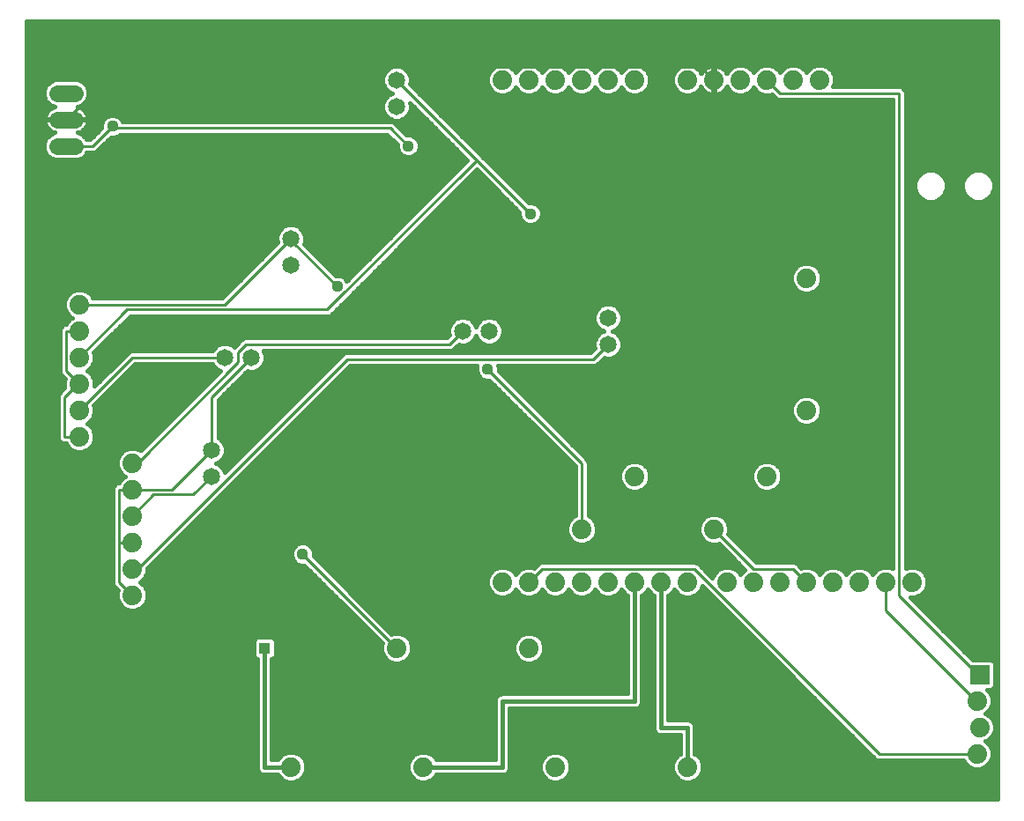
<source format=gbl>
G75*
%MOIN*%
%OFA0B0*%
%FSLAX25Y25*%
%IPPOS*%
%LPD*%
%AMOC8*
5,1,8,0,0,1.08239X$1,22.5*
%
%ADD10C,0.06500*%
%ADD11C,0.07400*%
%ADD12R,0.07400X0.07400*%
%ADD13C,0.06400*%
%ADD14C,0.01000*%
%ADD15C,0.04400*%
%ADD16C,0.01600*%
%ADD17R,0.04362X0.04362*%
D10*
X0418333Y0170000D03*
X0418333Y0180000D03*
X0423333Y0215000D03*
X0433333Y0215000D03*
X0448333Y0250000D03*
X0448333Y0260000D03*
X0513333Y0225000D03*
X0523333Y0225000D03*
X0568333Y0220000D03*
X0568333Y0230000D03*
X0488333Y0310000D03*
X0488333Y0320000D03*
D11*
X0528333Y0320000D03*
X0538333Y0320000D03*
X0548333Y0320000D03*
X0558333Y0320000D03*
X0568333Y0320000D03*
X0578333Y0320000D03*
X0598333Y0320000D03*
X0608333Y0320000D03*
X0618333Y0320000D03*
X0628333Y0320000D03*
X0638333Y0320000D03*
X0648333Y0320000D03*
X0643333Y0245000D03*
X0643333Y0195000D03*
X0628333Y0170000D03*
X0608333Y0150000D03*
X0613333Y0130000D03*
X0623333Y0130000D03*
X0633333Y0130000D03*
X0643333Y0130000D03*
X0653333Y0130000D03*
X0663333Y0130000D03*
X0673333Y0130000D03*
X0683333Y0130000D03*
X0598333Y0130000D03*
X0588333Y0130000D03*
X0578333Y0130000D03*
X0568333Y0130000D03*
X0558333Y0130000D03*
X0548333Y0130000D03*
X0538333Y0130000D03*
X0528333Y0130000D03*
X0558333Y0150000D03*
X0578333Y0170000D03*
X0538333Y0105000D03*
X0488333Y0105000D03*
X0498333Y0060000D03*
X0448333Y0060000D03*
X0548333Y0060000D03*
X0598333Y0060000D03*
X0707833Y0065000D03*
X0708833Y0075000D03*
X0707833Y0085000D03*
X0388333Y0125000D03*
X0388333Y0135000D03*
X0388333Y0145000D03*
X0388333Y0155000D03*
X0388333Y0165000D03*
X0388333Y0175000D03*
X0368333Y0185000D03*
X0368333Y0195000D03*
X0368333Y0205000D03*
X0368333Y0215000D03*
X0368333Y0225000D03*
X0368333Y0235000D03*
D12*
X0708833Y0095000D03*
D13*
X0366533Y0295000D02*
X0360133Y0295000D01*
X0360133Y0305000D02*
X0366533Y0305000D01*
X0366533Y0315000D02*
X0360133Y0315000D01*
D14*
X0363333Y0305000D02*
X0383333Y0325000D01*
X0603333Y0325000D01*
X0608333Y0320000D01*
X0628333Y0320000D02*
X0633333Y0315000D01*
X0678333Y0315000D01*
X0678333Y0125000D01*
X0708333Y0095000D01*
X0708833Y0095000D01*
X0707833Y0085000D02*
X0707708Y0085000D01*
X0673333Y0119375D01*
X0673333Y0130000D01*
X0643333Y0130000D02*
X0638333Y0135000D01*
X0623333Y0135000D01*
X0608333Y0150000D01*
X0600833Y0135000D02*
X0670833Y0065000D01*
X0707833Y0065000D01*
X0600833Y0135000D02*
X0543333Y0135000D01*
X0538333Y0130000D01*
X0558333Y0150000D02*
X0558333Y0175000D01*
X0522708Y0210625D01*
X0508333Y0220000D02*
X0431458Y0220000D01*
X0428333Y0216875D01*
X0428333Y0213125D01*
X0390208Y0175000D01*
X0388333Y0175000D01*
X0388333Y0165000D02*
X0383333Y0165000D01*
X0383333Y0145000D01*
X0388333Y0145000D01*
X0383333Y0145000D02*
X0383333Y0130000D01*
X0388333Y0125000D01*
X0388333Y0135000D02*
X0390208Y0135000D01*
X0469583Y0214375D01*
X0562708Y0214375D01*
X0568333Y0220000D01*
X0513333Y0225000D02*
X0508333Y0220000D01*
X0465833Y0241875D02*
X0448333Y0259375D01*
X0448333Y0260000D01*
X0423333Y0235000D01*
X0368333Y0235000D01*
X0386458Y0233125D02*
X0462083Y0233125D01*
X0518646Y0289688D01*
X0538958Y0269375D01*
X0518646Y0289688D02*
X0488333Y0320000D01*
X0485833Y0301875D02*
X0380833Y0301875D01*
X0380833Y0302500D01*
X0373333Y0295000D01*
X0363333Y0295000D01*
X0485833Y0301875D02*
X0492708Y0295000D01*
X0386458Y0233125D02*
X0368333Y0215000D01*
X0363333Y0210000D02*
X0363333Y0225000D01*
X0368333Y0225000D01*
X0388333Y0215000D02*
X0423333Y0215000D01*
X0433333Y0215000D02*
X0418333Y0200000D01*
X0418333Y0180000D01*
X0403333Y0165000D01*
X0388333Y0165000D01*
X0396458Y0163125D02*
X0411458Y0163125D01*
X0418333Y0170000D01*
X0396458Y0163125D02*
X0388333Y0155000D01*
X0368333Y0185000D02*
X0362708Y0185000D01*
X0362708Y0200000D01*
X0367708Y0205000D01*
X0368333Y0205000D01*
X0363333Y0210000D01*
X0368333Y0195000D02*
X0388333Y0215000D01*
X0452708Y0140625D02*
X0488333Y0105000D01*
D15*
X0452708Y0140625D03*
X0522708Y0210625D03*
X0465833Y0241875D03*
X0538958Y0269375D03*
X0492708Y0295000D03*
X0380833Y0302500D03*
D16*
X0348333Y0047800D02*
X0715533Y0047800D01*
X0715533Y0342200D01*
X0348333Y0342200D01*
X0348333Y0047800D01*
X0348333Y0049387D02*
X0715533Y0049387D01*
X0715533Y0050985D02*
X0348333Y0050985D01*
X0348333Y0052584D02*
X0715533Y0052584D01*
X0715533Y0054182D02*
X0348333Y0054182D01*
X0348333Y0055781D02*
X0444492Y0055781D01*
X0445105Y0055168D02*
X0443501Y0056771D01*
X0443323Y0057200D01*
X0437776Y0057200D01*
X0436747Y0057626D01*
X0435960Y0058414D01*
X0435533Y0059443D01*
X0435533Y0100819D01*
X0435324Y0100819D01*
X0434152Y0101990D01*
X0434152Y0108010D01*
X0435324Y0109181D01*
X0441343Y0109181D01*
X0442514Y0108010D01*
X0442514Y0101990D01*
X0441343Y0100819D01*
X0441133Y0100819D01*
X0441133Y0062800D01*
X0443323Y0062800D01*
X0443501Y0063229D01*
X0445105Y0064832D01*
X0447200Y0065700D01*
X0449467Y0065700D01*
X0451562Y0064832D01*
X0453166Y0063229D01*
X0454033Y0061134D01*
X0454033Y0058866D01*
X0453166Y0056771D01*
X0451562Y0055168D01*
X0449467Y0054300D01*
X0447200Y0054300D01*
X0445105Y0055168D01*
X0452175Y0055781D02*
X0494492Y0055781D01*
X0495105Y0055168D02*
X0493501Y0056771D01*
X0492633Y0058866D01*
X0492633Y0061134D01*
X0493501Y0063229D01*
X0495105Y0064832D01*
X0497200Y0065700D01*
X0499467Y0065700D01*
X0501562Y0064832D01*
X0503166Y0063229D01*
X0503343Y0062800D01*
X0525533Y0062800D01*
X0525533Y0085557D01*
X0525960Y0086586D01*
X0526747Y0087374D01*
X0527776Y0087800D01*
X0575533Y0087800D01*
X0575533Y0124990D01*
X0575105Y0125168D01*
X0573501Y0126771D01*
X0573333Y0127176D01*
X0573166Y0126771D01*
X0571562Y0125168D01*
X0569467Y0124300D01*
X0567200Y0124300D01*
X0565105Y0125168D01*
X0563501Y0126771D01*
X0563333Y0127176D01*
X0563166Y0126771D01*
X0561562Y0125168D01*
X0559467Y0124300D01*
X0557200Y0124300D01*
X0555105Y0125168D01*
X0553501Y0126771D01*
X0553333Y0127176D01*
X0553166Y0126771D01*
X0551562Y0125168D01*
X0549467Y0124300D01*
X0547200Y0124300D01*
X0545105Y0125168D01*
X0543501Y0126771D01*
X0543333Y0127176D01*
X0543166Y0126771D01*
X0541562Y0125168D01*
X0539467Y0124300D01*
X0537200Y0124300D01*
X0535105Y0125168D01*
X0533501Y0126771D01*
X0533333Y0127176D01*
X0533166Y0126771D01*
X0531562Y0125168D01*
X0529467Y0124300D01*
X0527200Y0124300D01*
X0525105Y0125168D01*
X0523501Y0126771D01*
X0522633Y0128866D01*
X0522633Y0131134D01*
X0523501Y0133229D01*
X0525105Y0134832D01*
X0527200Y0135700D01*
X0529467Y0135700D01*
X0531562Y0134832D01*
X0533166Y0133229D01*
X0533333Y0132824D01*
X0533501Y0133229D01*
X0535105Y0134832D01*
X0537200Y0135700D01*
X0539467Y0135700D01*
X0540196Y0135398D01*
X0541214Y0136416D01*
X0541917Y0137119D01*
X0542836Y0137500D01*
X0601331Y0137500D01*
X0602249Y0137119D01*
X0607810Y0131559D01*
X0608501Y0133229D01*
X0610105Y0134832D01*
X0612200Y0135700D01*
X0614467Y0135700D01*
X0616562Y0134832D01*
X0618166Y0133229D01*
X0618333Y0132824D01*
X0618501Y0133229D01*
X0620035Y0134763D01*
X0610196Y0144602D01*
X0609467Y0144300D01*
X0607200Y0144300D01*
X0605105Y0145168D01*
X0603501Y0146771D01*
X0602633Y0148866D01*
X0602633Y0151134D01*
X0603501Y0153229D01*
X0605105Y0154832D01*
X0607200Y0155700D01*
X0609467Y0155700D01*
X0611562Y0154832D01*
X0613166Y0153229D01*
X0614033Y0151134D01*
X0614033Y0148866D01*
X0613731Y0148137D01*
X0624369Y0137500D01*
X0638831Y0137500D01*
X0639749Y0137119D01*
X0641471Y0135398D01*
X0642200Y0135700D01*
X0644467Y0135700D01*
X0646562Y0134832D01*
X0648166Y0133229D01*
X0648333Y0132824D01*
X0648501Y0133229D01*
X0650105Y0134832D01*
X0652200Y0135700D01*
X0654467Y0135700D01*
X0656562Y0134832D01*
X0658166Y0133229D01*
X0658333Y0132824D01*
X0658501Y0133229D01*
X0660105Y0134832D01*
X0662200Y0135700D01*
X0664467Y0135700D01*
X0666562Y0134832D01*
X0668166Y0133229D01*
X0668333Y0132824D01*
X0668501Y0133229D01*
X0670105Y0134832D01*
X0672200Y0135700D01*
X0674467Y0135700D01*
X0675833Y0135134D01*
X0675833Y0312500D01*
X0632836Y0312500D01*
X0631917Y0312881D01*
X0630196Y0314602D01*
X0629467Y0314300D01*
X0627200Y0314300D01*
X0625105Y0315168D01*
X0623501Y0316771D01*
X0623333Y0317176D01*
X0623166Y0316771D01*
X0621562Y0315168D01*
X0619467Y0314300D01*
X0617200Y0314300D01*
X0615105Y0315168D01*
X0613501Y0316771D01*
X0613214Y0317464D01*
X0613037Y0317117D01*
X0612528Y0316417D01*
X0611916Y0315805D01*
X0611216Y0315296D01*
X0610445Y0314903D01*
X0609621Y0314635D01*
X0608766Y0314500D01*
X0608533Y0314500D01*
X0608533Y0319800D01*
X0608133Y0319800D01*
X0608133Y0314500D01*
X0607900Y0314500D01*
X0607045Y0314635D01*
X0606222Y0314903D01*
X0605451Y0315296D01*
X0604750Y0315805D01*
X0604138Y0316417D01*
X0603629Y0317117D01*
X0603453Y0317464D01*
X0603166Y0316771D01*
X0601562Y0315168D01*
X0599467Y0314300D01*
X0597200Y0314300D01*
X0595105Y0315168D01*
X0593501Y0316771D01*
X0592633Y0318866D01*
X0592633Y0321134D01*
X0593501Y0323229D01*
X0595105Y0324832D01*
X0597200Y0325700D01*
X0599467Y0325700D01*
X0601562Y0324832D01*
X0603166Y0323229D01*
X0603453Y0322536D01*
X0603629Y0322883D01*
X0604138Y0323583D01*
X0604750Y0324195D01*
X0605451Y0324704D01*
X0606222Y0325097D01*
X0607045Y0325365D01*
X0607900Y0325500D01*
X0608133Y0325500D01*
X0608133Y0320200D01*
X0608533Y0320200D01*
X0608533Y0325500D01*
X0608766Y0325500D01*
X0609621Y0325365D01*
X0610445Y0325097D01*
X0611216Y0324704D01*
X0611916Y0324195D01*
X0612528Y0323583D01*
X0613037Y0322883D01*
X0613214Y0322536D01*
X0613501Y0323229D01*
X0615105Y0324832D01*
X0617200Y0325700D01*
X0619467Y0325700D01*
X0621562Y0324832D01*
X0623166Y0323229D01*
X0623333Y0322824D01*
X0623501Y0323229D01*
X0625105Y0324832D01*
X0627200Y0325700D01*
X0629467Y0325700D01*
X0631562Y0324832D01*
X0633166Y0323229D01*
X0633333Y0322824D01*
X0633501Y0323229D01*
X0635105Y0324832D01*
X0637200Y0325700D01*
X0639467Y0325700D01*
X0641562Y0324832D01*
X0643166Y0323229D01*
X0643333Y0322824D01*
X0643501Y0323229D01*
X0645105Y0324832D01*
X0647200Y0325700D01*
X0649467Y0325700D01*
X0651562Y0324832D01*
X0653166Y0323229D01*
X0654033Y0321134D01*
X0654033Y0318866D01*
X0653467Y0317500D01*
X0678831Y0317500D01*
X0679749Y0317119D01*
X0680453Y0316416D01*
X0680833Y0315497D01*
X0680833Y0135134D01*
X0682200Y0135700D01*
X0684467Y0135700D01*
X0686562Y0134832D01*
X0688166Y0133229D01*
X0689033Y0131134D01*
X0689033Y0128866D01*
X0688166Y0126771D01*
X0686562Y0125168D01*
X0684467Y0124300D01*
X0682569Y0124300D01*
X0706169Y0100700D01*
X0713362Y0100700D01*
X0714533Y0099528D01*
X0714533Y0090472D01*
X0713362Y0089300D01*
X0711594Y0089300D01*
X0712666Y0088229D01*
X0713533Y0086134D01*
X0713533Y0083866D01*
X0712666Y0081771D01*
X0711118Y0080223D01*
X0712062Y0079832D01*
X0713666Y0078229D01*
X0714533Y0076134D01*
X0714533Y0073866D01*
X0713666Y0071771D01*
X0712062Y0070168D01*
X0711118Y0069777D01*
X0712666Y0068229D01*
X0713533Y0066134D01*
X0713533Y0063866D01*
X0712666Y0061771D01*
X0711062Y0060168D01*
X0708967Y0059300D01*
X0706700Y0059300D01*
X0704605Y0060168D01*
X0703001Y0061771D01*
X0702699Y0062500D01*
X0670336Y0062500D01*
X0669417Y0062881D01*
X0668714Y0063584D01*
X0603857Y0128441D01*
X0603166Y0126771D01*
X0601562Y0125168D01*
X0599467Y0124300D01*
X0597200Y0124300D01*
X0595105Y0125168D01*
X0593501Y0126771D01*
X0593333Y0127176D01*
X0593166Y0126771D01*
X0591562Y0125168D01*
X0591133Y0124990D01*
X0591133Y0077800D01*
X0598890Y0077800D01*
X0599919Y0077374D01*
X0600707Y0076586D01*
X0601133Y0075557D01*
X0601133Y0065010D01*
X0601562Y0064832D01*
X0603166Y0063229D01*
X0604033Y0061134D01*
X0604033Y0058866D01*
X0603166Y0056771D01*
X0601562Y0055168D01*
X0599467Y0054300D01*
X0597200Y0054300D01*
X0595105Y0055168D01*
X0593501Y0056771D01*
X0592633Y0058866D01*
X0592633Y0061134D01*
X0593501Y0063229D01*
X0595105Y0064832D01*
X0595533Y0065010D01*
X0595533Y0072200D01*
X0587776Y0072200D01*
X0586747Y0072626D01*
X0585960Y0073414D01*
X0585533Y0074443D01*
X0585533Y0124990D01*
X0585105Y0125168D01*
X0583501Y0126771D01*
X0583333Y0127176D01*
X0583166Y0126771D01*
X0581562Y0125168D01*
X0581133Y0124990D01*
X0581133Y0084443D01*
X0580707Y0083414D01*
X0579919Y0082626D01*
X0578890Y0082200D01*
X0531133Y0082200D01*
X0531133Y0059443D01*
X0530707Y0058414D01*
X0529919Y0057626D01*
X0528890Y0057200D01*
X0503343Y0057200D01*
X0503166Y0056771D01*
X0501562Y0055168D01*
X0499467Y0054300D01*
X0497200Y0054300D01*
X0495105Y0055168D01*
X0493249Y0057379D02*
X0453417Y0057379D01*
X0454033Y0058978D02*
X0492633Y0058978D01*
X0492633Y0060576D02*
X0454033Y0060576D01*
X0453602Y0062175D02*
X0493064Y0062175D01*
X0494046Y0063773D02*
X0452621Y0063773D01*
X0450260Y0065372D02*
X0496407Y0065372D01*
X0500260Y0065372D02*
X0525533Y0065372D01*
X0525533Y0066970D02*
X0441133Y0066970D01*
X0441133Y0065372D02*
X0446407Y0065372D01*
X0444046Y0063773D02*
X0441133Y0063773D01*
X0438333Y0060000D02*
X0438333Y0105000D01*
X0434152Y0105334D02*
X0348333Y0105334D01*
X0348333Y0103736D02*
X0434152Y0103736D01*
X0434152Y0102137D02*
X0348333Y0102137D01*
X0348333Y0100539D02*
X0435533Y0100539D01*
X0435533Y0098940D02*
X0348333Y0098940D01*
X0348333Y0097342D02*
X0435533Y0097342D01*
X0435533Y0095743D02*
X0348333Y0095743D01*
X0348333Y0094145D02*
X0435533Y0094145D01*
X0435533Y0092546D02*
X0348333Y0092546D01*
X0348333Y0090948D02*
X0435533Y0090948D01*
X0435533Y0089349D02*
X0348333Y0089349D01*
X0348333Y0087751D02*
X0435533Y0087751D01*
X0435533Y0086152D02*
X0348333Y0086152D01*
X0348333Y0084554D02*
X0435533Y0084554D01*
X0435533Y0082955D02*
X0348333Y0082955D01*
X0348333Y0081357D02*
X0435533Y0081357D01*
X0435533Y0079758D02*
X0348333Y0079758D01*
X0348333Y0078160D02*
X0435533Y0078160D01*
X0435533Y0076561D02*
X0348333Y0076561D01*
X0348333Y0074963D02*
X0435533Y0074963D01*
X0435533Y0073364D02*
X0348333Y0073364D01*
X0348333Y0071766D02*
X0435533Y0071766D01*
X0435533Y0070167D02*
X0348333Y0070167D01*
X0348333Y0068569D02*
X0435533Y0068569D01*
X0435533Y0066970D02*
X0348333Y0066970D01*
X0348333Y0065372D02*
X0435533Y0065372D01*
X0435533Y0063773D02*
X0348333Y0063773D01*
X0348333Y0062175D02*
X0435533Y0062175D01*
X0435533Y0060576D02*
X0348333Y0060576D01*
X0348333Y0058978D02*
X0435726Y0058978D01*
X0437344Y0057379D02*
X0348333Y0057379D01*
X0438333Y0060000D02*
X0448333Y0060000D01*
X0441133Y0068569D02*
X0525533Y0068569D01*
X0525533Y0070167D02*
X0441133Y0070167D01*
X0441133Y0071766D02*
X0525533Y0071766D01*
X0525533Y0073364D02*
X0441133Y0073364D01*
X0441133Y0074963D02*
X0525533Y0074963D01*
X0525533Y0076561D02*
X0441133Y0076561D01*
X0441133Y0078160D02*
X0525533Y0078160D01*
X0525533Y0079758D02*
X0441133Y0079758D01*
X0441133Y0081357D02*
X0525533Y0081357D01*
X0525533Y0082955D02*
X0441133Y0082955D01*
X0441133Y0084554D02*
X0525533Y0084554D01*
X0525780Y0086152D02*
X0441133Y0086152D01*
X0441133Y0087751D02*
X0527658Y0087751D01*
X0528333Y0085000D02*
X0578333Y0085000D01*
X0578333Y0130000D01*
X0574157Y0126115D02*
X0572509Y0126115D01*
X0569990Y0124517D02*
X0575533Y0124517D01*
X0575533Y0122918D02*
X0473951Y0122918D01*
X0475549Y0121320D02*
X0575533Y0121320D01*
X0575533Y0119721D02*
X0477148Y0119721D01*
X0478746Y0118123D02*
X0575533Y0118123D01*
X0575533Y0116524D02*
X0480345Y0116524D01*
X0481943Y0114926D02*
X0575533Y0114926D01*
X0575533Y0113327D02*
X0483542Y0113327D01*
X0485140Y0111729D02*
X0575533Y0111729D01*
X0575533Y0110130D02*
X0540843Y0110130D01*
X0541562Y0109832D02*
X0539467Y0110700D01*
X0537200Y0110700D01*
X0535105Y0109832D01*
X0533501Y0108229D01*
X0532633Y0106134D01*
X0532633Y0103866D01*
X0533501Y0101771D01*
X0535105Y0100168D01*
X0537200Y0099300D01*
X0539467Y0099300D01*
X0541562Y0100168D01*
X0543166Y0101771D01*
X0544033Y0103866D01*
X0544033Y0106134D01*
X0543166Y0108229D01*
X0541562Y0109832D01*
X0542863Y0108532D02*
X0575533Y0108532D01*
X0575533Y0106933D02*
X0543702Y0106933D01*
X0544033Y0105334D02*
X0575533Y0105334D01*
X0575533Y0103736D02*
X0543979Y0103736D01*
X0543317Y0102137D02*
X0575533Y0102137D01*
X0575533Y0100539D02*
X0541933Y0100539D01*
X0534733Y0100539D02*
X0491933Y0100539D01*
X0491562Y0100168D02*
X0493166Y0101771D01*
X0494033Y0103866D01*
X0494033Y0106134D01*
X0493166Y0108229D01*
X0491562Y0109832D01*
X0489467Y0110700D01*
X0487200Y0110700D01*
X0486471Y0110398D01*
X0456908Y0139961D01*
X0456908Y0141460D01*
X0456269Y0143004D01*
X0455087Y0144186D01*
X0453544Y0144825D01*
X0451873Y0144825D01*
X0450329Y0144186D01*
X0449148Y0143004D01*
X0448508Y0141460D01*
X0448508Y0139790D01*
X0449148Y0138246D01*
X0450329Y0137064D01*
X0451873Y0136425D01*
X0453373Y0136425D01*
X0482935Y0106863D01*
X0482633Y0106134D01*
X0482633Y0103866D01*
X0483501Y0101771D01*
X0485105Y0100168D01*
X0487200Y0099300D01*
X0489467Y0099300D01*
X0491562Y0100168D01*
X0493317Y0102137D02*
X0533349Y0102137D01*
X0532687Y0103736D02*
X0493979Y0103736D01*
X0494033Y0105334D02*
X0532633Y0105334D01*
X0532964Y0106933D02*
X0493702Y0106933D01*
X0492863Y0108532D02*
X0533804Y0108532D01*
X0535824Y0110130D02*
X0490843Y0110130D01*
X0482865Y0106933D02*
X0442514Y0106933D01*
X0442514Y0105334D02*
X0482633Y0105334D01*
X0482687Y0103736D02*
X0442514Y0103736D01*
X0442514Y0102137D02*
X0483349Y0102137D01*
X0484733Y0100539D02*
X0441133Y0100539D01*
X0441133Y0098940D02*
X0575533Y0098940D01*
X0575533Y0097342D02*
X0441133Y0097342D01*
X0441133Y0095743D02*
X0575533Y0095743D01*
X0575533Y0094145D02*
X0441133Y0094145D01*
X0441133Y0092546D02*
X0575533Y0092546D01*
X0575533Y0090948D02*
X0441133Y0090948D01*
X0441133Y0089349D02*
X0575533Y0089349D01*
X0581133Y0089349D02*
X0585533Y0089349D01*
X0585533Y0087751D02*
X0581133Y0087751D01*
X0581133Y0086152D02*
X0585533Y0086152D01*
X0585533Y0084554D02*
X0581133Y0084554D01*
X0580248Y0082955D02*
X0585533Y0082955D01*
X0585533Y0081357D02*
X0531133Y0081357D01*
X0531133Y0079758D02*
X0585533Y0079758D01*
X0585533Y0078160D02*
X0531133Y0078160D01*
X0531133Y0076561D02*
X0585533Y0076561D01*
X0585533Y0074963D02*
X0531133Y0074963D01*
X0531133Y0073364D02*
X0586009Y0073364D01*
X0588333Y0075000D02*
X0598333Y0075000D01*
X0598333Y0060000D01*
X0593064Y0062175D02*
X0553602Y0062175D01*
X0554033Y0061134D02*
X0553166Y0063229D01*
X0551562Y0064832D01*
X0549467Y0065700D01*
X0547200Y0065700D01*
X0545105Y0064832D01*
X0543501Y0063229D01*
X0542633Y0061134D01*
X0542633Y0058866D01*
X0543501Y0056771D01*
X0545105Y0055168D01*
X0547200Y0054300D01*
X0549467Y0054300D01*
X0551562Y0055168D01*
X0553166Y0056771D01*
X0554033Y0058866D01*
X0554033Y0061134D01*
X0554033Y0060576D02*
X0592633Y0060576D01*
X0592633Y0058978D02*
X0554033Y0058978D01*
X0553417Y0057379D02*
X0593249Y0057379D01*
X0594492Y0055781D02*
X0552175Y0055781D01*
X0544492Y0055781D02*
X0502175Y0055781D01*
X0498333Y0060000D02*
X0528333Y0060000D01*
X0528333Y0085000D01*
X0531133Y0071766D02*
X0595533Y0071766D01*
X0595533Y0070167D02*
X0531133Y0070167D01*
X0531133Y0068569D02*
X0595533Y0068569D01*
X0595533Y0066970D02*
X0531133Y0066970D01*
X0531133Y0065372D02*
X0546407Y0065372D01*
X0544046Y0063773D02*
X0531133Y0063773D01*
X0531133Y0062175D02*
X0543064Y0062175D01*
X0542633Y0060576D02*
X0531133Y0060576D01*
X0530941Y0058978D02*
X0542633Y0058978D01*
X0543249Y0057379D02*
X0529323Y0057379D01*
X0525533Y0063773D02*
X0502621Y0063773D01*
X0550260Y0065372D02*
X0595533Y0065372D01*
X0594046Y0063773D02*
X0552621Y0063773D01*
X0588333Y0075000D02*
X0588333Y0130000D01*
X0584157Y0126115D02*
X0582509Y0126115D01*
X0581133Y0124517D02*
X0585533Y0124517D01*
X0585533Y0122918D02*
X0581133Y0122918D01*
X0581133Y0121320D02*
X0585533Y0121320D01*
X0585533Y0119721D02*
X0581133Y0119721D01*
X0581133Y0118123D02*
X0585533Y0118123D01*
X0585533Y0116524D02*
X0581133Y0116524D01*
X0581133Y0114926D02*
X0585533Y0114926D01*
X0585533Y0113327D02*
X0581133Y0113327D01*
X0581133Y0111729D02*
X0585533Y0111729D01*
X0585533Y0110130D02*
X0581133Y0110130D01*
X0581133Y0108532D02*
X0585533Y0108532D01*
X0585533Y0106933D02*
X0581133Y0106933D01*
X0581133Y0105334D02*
X0585533Y0105334D01*
X0585533Y0103736D02*
X0581133Y0103736D01*
X0581133Y0102137D02*
X0585533Y0102137D01*
X0585533Y0100539D02*
X0581133Y0100539D01*
X0581133Y0098940D02*
X0585533Y0098940D01*
X0585533Y0097342D02*
X0581133Y0097342D01*
X0581133Y0095743D02*
X0585533Y0095743D01*
X0585533Y0094145D02*
X0581133Y0094145D01*
X0581133Y0092546D02*
X0585533Y0092546D01*
X0585533Y0090948D02*
X0581133Y0090948D01*
X0591133Y0090948D02*
X0641350Y0090948D01*
X0642948Y0089349D02*
X0591133Y0089349D01*
X0591133Y0087751D02*
X0644547Y0087751D01*
X0646145Y0086152D02*
X0591133Y0086152D01*
X0591133Y0084554D02*
X0647744Y0084554D01*
X0649342Y0082955D02*
X0591133Y0082955D01*
X0591133Y0081357D02*
X0650941Y0081357D01*
X0652539Y0079758D02*
X0591133Y0079758D01*
X0591133Y0078160D02*
X0654138Y0078160D01*
X0655736Y0076561D02*
X0600717Y0076561D01*
X0601133Y0074963D02*
X0657335Y0074963D01*
X0658934Y0073364D02*
X0601133Y0073364D01*
X0601133Y0071766D02*
X0660532Y0071766D01*
X0662131Y0070167D02*
X0601133Y0070167D01*
X0601133Y0068569D02*
X0663729Y0068569D01*
X0665328Y0066970D02*
X0601133Y0066970D01*
X0601133Y0065372D02*
X0666926Y0065372D01*
X0668525Y0063773D02*
X0602621Y0063773D01*
X0603602Y0062175D02*
X0702834Y0062175D01*
X0704196Y0060576D02*
X0604033Y0060576D01*
X0604033Y0058978D02*
X0715533Y0058978D01*
X0715533Y0060576D02*
X0711471Y0060576D01*
X0712833Y0062175D02*
X0715533Y0062175D01*
X0715533Y0063773D02*
X0713495Y0063773D01*
X0713533Y0065372D02*
X0715533Y0065372D01*
X0715533Y0066970D02*
X0713187Y0066970D01*
X0712326Y0068569D02*
X0715533Y0068569D01*
X0715533Y0070167D02*
X0712061Y0070167D01*
X0713660Y0071766D02*
X0715533Y0071766D01*
X0715533Y0073364D02*
X0714325Y0073364D01*
X0714533Y0074963D02*
X0715533Y0074963D01*
X0715533Y0076561D02*
X0714356Y0076561D01*
X0713694Y0078160D02*
X0715533Y0078160D01*
X0715533Y0079758D02*
X0712136Y0079758D01*
X0712251Y0081357D02*
X0715533Y0081357D01*
X0715533Y0082955D02*
X0713156Y0082955D01*
X0713533Y0084554D02*
X0715533Y0084554D01*
X0715533Y0086152D02*
X0713526Y0086152D01*
X0712864Y0087751D02*
X0715533Y0087751D01*
X0715533Y0089349D02*
X0713411Y0089349D01*
X0714533Y0090948D02*
X0715533Y0090948D01*
X0715533Y0092546D02*
X0714533Y0092546D01*
X0714533Y0094145D02*
X0715533Y0094145D01*
X0715533Y0095743D02*
X0714533Y0095743D01*
X0714533Y0097342D02*
X0715533Y0097342D01*
X0715533Y0098940D02*
X0714533Y0098940D01*
X0715533Y0100539D02*
X0713523Y0100539D01*
X0715533Y0102137D02*
X0704731Y0102137D01*
X0703133Y0103736D02*
X0715533Y0103736D01*
X0715533Y0105334D02*
X0701534Y0105334D01*
X0699936Y0106933D02*
X0715533Y0106933D01*
X0715533Y0108532D02*
X0698337Y0108532D01*
X0696739Y0110130D02*
X0715533Y0110130D01*
X0715533Y0111729D02*
X0695140Y0111729D01*
X0693542Y0113327D02*
X0715533Y0113327D01*
X0715533Y0114926D02*
X0691943Y0114926D01*
X0690345Y0116524D02*
X0715533Y0116524D01*
X0715533Y0118123D02*
X0688746Y0118123D01*
X0687148Y0119721D02*
X0715533Y0119721D01*
X0715533Y0121320D02*
X0685549Y0121320D01*
X0683951Y0122918D02*
X0715533Y0122918D01*
X0715533Y0124517D02*
X0684990Y0124517D01*
X0687509Y0126115D02*
X0715533Y0126115D01*
X0715533Y0127714D02*
X0688556Y0127714D01*
X0689033Y0129312D02*
X0715533Y0129312D01*
X0715533Y0130911D02*
X0689033Y0130911D01*
X0688464Y0132509D02*
X0715533Y0132509D01*
X0715533Y0134108D02*
X0687287Y0134108D01*
X0680833Y0135706D02*
X0715533Y0135706D01*
X0715533Y0137305D02*
X0680833Y0137305D01*
X0680833Y0138903D02*
X0715533Y0138903D01*
X0715533Y0140502D02*
X0680833Y0140502D01*
X0680833Y0142100D02*
X0715533Y0142100D01*
X0715533Y0143699D02*
X0680833Y0143699D01*
X0680833Y0145297D02*
X0715533Y0145297D01*
X0715533Y0146896D02*
X0680833Y0146896D01*
X0680833Y0148494D02*
X0715533Y0148494D01*
X0715533Y0150093D02*
X0680833Y0150093D01*
X0680833Y0151691D02*
X0715533Y0151691D01*
X0715533Y0153290D02*
X0680833Y0153290D01*
X0680833Y0154888D02*
X0715533Y0154888D01*
X0715533Y0156487D02*
X0680833Y0156487D01*
X0680833Y0158085D02*
X0715533Y0158085D01*
X0715533Y0159684D02*
X0680833Y0159684D01*
X0680833Y0161282D02*
X0715533Y0161282D01*
X0715533Y0162881D02*
X0680833Y0162881D01*
X0680833Y0164479D02*
X0715533Y0164479D01*
X0715533Y0166078D02*
X0680833Y0166078D01*
X0680833Y0167676D02*
X0715533Y0167676D01*
X0715533Y0169275D02*
X0680833Y0169275D01*
X0680833Y0170873D02*
X0715533Y0170873D01*
X0715533Y0172472D02*
X0680833Y0172472D01*
X0680833Y0174070D02*
X0715533Y0174070D01*
X0715533Y0175669D02*
X0680833Y0175669D01*
X0680833Y0177268D02*
X0715533Y0177268D01*
X0715533Y0178866D02*
X0680833Y0178866D01*
X0680833Y0180465D02*
X0715533Y0180465D01*
X0715533Y0182063D02*
X0680833Y0182063D01*
X0680833Y0183662D02*
X0715533Y0183662D01*
X0715533Y0185260D02*
X0680833Y0185260D01*
X0680833Y0186859D02*
X0715533Y0186859D01*
X0715533Y0188457D02*
X0680833Y0188457D01*
X0680833Y0190056D02*
X0715533Y0190056D01*
X0715533Y0191654D02*
X0680833Y0191654D01*
X0680833Y0193253D02*
X0715533Y0193253D01*
X0715533Y0194851D02*
X0680833Y0194851D01*
X0680833Y0196450D02*
X0715533Y0196450D01*
X0715533Y0198048D02*
X0680833Y0198048D01*
X0680833Y0199647D02*
X0715533Y0199647D01*
X0715533Y0201245D02*
X0680833Y0201245D01*
X0680833Y0202844D02*
X0715533Y0202844D01*
X0715533Y0204442D02*
X0680833Y0204442D01*
X0680833Y0206041D02*
X0715533Y0206041D01*
X0715533Y0207639D02*
X0680833Y0207639D01*
X0680833Y0209238D02*
X0715533Y0209238D01*
X0715533Y0210836D02*
X0680833Y0210836D01*
X0680833Y0212435D02*
X0715533Y0212435D01*
X0715533Y0214033D02*
X0680833Y0214033D01*
X0680833Y0215632D02*
X0715533Y0215632D01*
X0715533Y0217230D02*
X0680833Y0217230D01*
X0680833Y0218829D02*
X0715533Y0218829D01*
X0715533Y0220427D02*
X0680833Y0220427D01*
X0680833Y0222026D02*
X0715533Y0222026D01*
X0715533Y0223624D02*
X0680833Y0223624D01*
X0680833Y0225223D02*
X0715533Y0225223D01*
X0715533Y0226821D02*
X0680833Y0226821D01*
X0680833Y0228420D02*
X0715533Y0228420D01*
X0715533Y0230018D02*
X0680833Y0230018D01*
X0680833Y0231617D02*
X0715533Y0231617D01*
X0715533Y0233215D02*
X0680833Y0233215D01*
X0680833Y0234814D02*
X0715533Y0234814D01*
X0715533Y0236412D02*
X0680833Y0236412D01*
X0680833Y0238011D02*
X0715533Y0238011D01*
X0715533Y0239609D02*
X0680833Y0239609D01*
X0680833Y0241208D02*
X0715533Y0241208D01*
X0715533Y0242806D02*
X0680833Y0242806D01*
X0680833Y0244405D02*
X0715533Y0244405D01*
X0715533Y0246003D02*
X0680833Y0246003D01*
X0680833Y0247602D02*
X0715533Y0247602D01*
X0715533Y0249201D02*
X0680833Y0249201D01*
X0680833Y0250799D02*
X0715533Y0250799D01*
X0715533Y0252398D02*
X0680833Y0252398D01*
X0680833Y0253996D02*
X0715533Y0253996D01*
X0715533Y0255595D02*
X0680833Y0255595D01*
X0680833Y0257193D02*
X0715533Y0257193D01*
X0715533Y0258792D02*
X0680833Y0258792D01*
X0680833Y0260390D02*
X0715533Y0260390D01*
X0715533Y0261989D02*
X0680833Y0261989D01*
X0680833Y0263587D02*
X0715533Y0263587D01*
X0715533Y0265186D02*
X0680833Y0265186D01*
X0680833Y0266784D02*
X0715533Y0266784D01*
X0715533Y0268383D02*
X0680833Y0268383D01*
X0680833Y0269981D02*
X0715533Y0269981D01*
X0715533Y0271580D02*
X0680833Y0271580D01*
X0680833Y0273178D02*
X0715533Y0273178D01*
X0715533Y0274777D02*
X0711402Y0274777D01*
X0711732Y0274913D02*
X0713420Y0276601D01*
X0714333Y0278807D01*
X0714333Y0281193D01*
X0713420Y0283399D01*
X0711732Y0285087D01*
X0709527Y0286000D01*
X0707140Y0286000D01*
X0704935Y0285087D01*
X0703247Y0283399D01*
X0702333Y0281193D01*
X0702333Y0278807D01*
X0703247Y0276601D01*
X0704935Y0274913D01*
X0707140Y0274000D01*
X0709527Y0274000D01*
X0711732Y0274913D01*
X0713194Y0276375D02*
X0715533Y0276375D01*
X0715533Y0277974D02*
X0713988Y0277974D01*
X0714333Y0279572D02*
X0715533Y0279572D01*
X0715533Y0281171D02*
X0714333Y0281171D01*
X0713681Y0282769D02*
X0715533Y0282769D01*
X0715533Y0284368D02*
X0712451Y0284368D01*
X0709608Y0285966D02*
X0715533Y0285966D01*
X0715533Y0287565D02*
X0680833Y0287565D01*
X0680833Y0289163D02*
X0715533Y0289163D01*
X0715533Y0290762D02*
X0680833Y0290762D01*
X0680833Y0292360D02*
X0715533Y0292360D01*
X0715533Y0293959D02*
X0680833Y0293959D01*
X0680833Y0295557D02*
X0715533Y0295557D01*
X0715533Y0297156D02*
X0680833Y0297156D01*
X0680833Y0298754D02*
X0715533Y0298754D01*
X0715533Y0300353D02*
X0680833Y0300353D01*
X0680833Y0301951D02*
X0715533Y0301951D01*
X0715533Y0303550D02*
X0680833Y0303550D01*
X0680833Y0305148D02*
X0715533Y0305148D01*
X0715533Y0306747D02*
X0680833Y0306747D01*
X0680833Y0308345D02*
X0715533Y0308345D01*
X0715533Y0309944D02*
X0680833Y0309944D01*
X0680833Y0311542D02*
X0715533Y0311542D01*
X0715533Y0313141D02*
X0680833Y0313141D01*
X0680833Y0314739D02*
X0715533Y0314739D01*
X0715533Y0316338D02*
X0680485Y0316338D01*
X0675833Y0311542D02*
X0500326Y0311542D01*
X0501925Y0309944D02*
X0675833Y0309944D01*
X0675833Y0308345D02*
X0503523Y0308345D01*
X0505122Y0306747D02*
X0675833Y0306747D01*
X0675833Y0305148D02*
X0506720Y0305148D01*
X0508319Y0303550D02*
X0675833Y0303550D01*
X0675833Y0301951D02*
X0509917Y0301951D01*
X0511516Y0300353D02*
X0675833Y0300353D01*
X0675833Y0298754D02*
X0513114Y0298754D01*
X0514713Y0297156D02*
X0675833Y0297156D01*
X0675833Y0295557D02*
X0516312Y0295557D01*
X0517910Y0293959D02*
X0675833Y0293959D01*
X0675833Y0292360D02*
X0519509Y0292360D01*
X0520062Y0291807D02*
X0493387Y0318482D01*
X0493583Y0318956D01*
X0493583Y0321044D01*
X0492784Y0322974D01*
X0491307Y0324451D01*
X0489378Y0325250D01*
X0487289Y0325250D01*
X0485359Y0324451D01*
X0483883Y0322974D01*
X0483083Y0321044D01*
X0483083Y0318956D01*
X0483883Y0317026D01*
X0485359Y0315549D01*
X0486686Y0315000D01*
X0485359Y0314451D01*
X0483883Y0312974D01*
X0483083Y0311044D01*
X0483083Y0308956D01*
X0483883Y0307026D01*
X0485359Y0305549D01*
X0487289Y0304750D01*
X0489378Y0304750D01*
X0491307Y0305549D01*
X0492784Y0307026D01*
X0493583Y0308956D01*
X0493583Y0311044D01*
X0493463Y0311335D01*
X0515110Y0289688D01*
X0469477Y0244054D01*
X0469394Y0244254D01*
X0468212Y0245436D01*
X0466669Y0246075D01*
X0465169Y0246075D01*
X0453204Y0258040D01*
X0453583Y0258956D01*
X0453583Y0261044D01*
X0452784Y0262974D01*
X0451307Y0264451D01*
X0449378Y0265250D01*
X0447289Y0265250D01*
X0445359Y0264451D01*
X0443883Y0262974D01*
X0443083Y0261044D01*
X0443083Y0258956D01*
X0443280Y0258482D01*
X0422298Y0237500D01*
X0373467Y0237500D01*
X0373166Y0238229D01*
X0371562Y0239832D01*
X0369467Y0240700D01*
X0367200Y0240700D01*
X0365105Y0239832D01*
X0363501Y0238229D01*
X0362633Y0236134D01*
X0362633Y0233866D01*
X0363501Y0231771D01*
X0365105Y0230168D01*
X0365510Y0230000D01*
X0365105Y0229832D01*
X0363501Y0228229D01*
X0363199Y0227500D01*
X0362836Y0227500D01*
X0361917Y0227119D01*
X0361214Y0226416D01*
X0360833Y0225497D01*
X0360833Y0209503D01*
X0361214Y0208584D01*
X0361917Y0207881D01*
X0362935Y0206863D01*
X0362633Y0206134D01*
X0362633Y0203866D01*
X0362752Y0203579D01*
X0361292Y0202119D01*
X0360589Y0201416D01*
X0360208Y0200497D01*
X0360208Y0184503D01*
X0360589Y0183584D01*
X0361292Y0182881D01*
X0362211Y0182500D01*
X0363199Y0182500D01*
X0363501Y0181771D01*
X0365105Y0180168D01*
X0367200Y0179300D01*
X0369467Y0179300D01*
X0371562Y0180168D01*
X0373166Y0181771D01*
X0374033Y0183866D01*
X0374033Y0186134D01*
X0373166Y0188229D01*
X0371562Y0189832D01*
X0371157Y0190000D01*
X0371562Y0190168D01*
X0373166Y0191771D01*
X0374033Y0193866D01*
X0374033Y0196134D01*
X0373731Y0196863D01*
X0389369Y0212500D01*
X0418686Y0212500D01*
X0418883Y0212026D01*
X0420359Y0210549D01*
X0421677Y0210004D01*
X0391522Y0179849D01*
X0389467Y0180700D01*
X0387200Y0180700D01*
X0385105Y0179832D01*
X0383501Y0178229D01*
X0382633Y0176134D01*
X0382633Y0173866D01*
X0383501Y0171771D01*
X0385105Y0170168D01*
X0385510Y0170000D01*
X0385105Y0169832D01*
X0383501Y0168229D01*
X0383199Y0167500D01*
X0382836Y0167500D01*
X0381917Y0167119D01*
X0381214Y0166416D01*
X0380833Y0165497D01*
X0380833Y0129503D01*
X0381214Y0128584D01*
X0381917Y0127881D01*
X0382935Y0126863D01*
X0382633Y0126134D01*
X0382633Y0123866D01*
X0383501Y0121771D01*
X0385105Y0120168D01*
X0387200Y0119300D01*
X0389467Y0119300D01*
X0391562Y0120168D01*
X0393166Y0121771D01*
X0394033Y0123866D01*
X0394033Y0126134D01*
X0393166Y0128229D01*
X0391562Y0129832D01*
X0391157Y0130000D01*
X0391562Y0130168D01*
X0393166Y0131771D01*
X0394033Y0133866D01*
X0394033Y0135289D01*
X0470619Y0211875D01*
X0518680Y0211875D01*
X0518508Y0211460D01*
X0518508Y0209790D01*
X0519148Y0208246D01*
X0520329Y0207064D01*
X0521873Y0206425D01*
X0523373Y0206425D01*
X0555833Y0173964D01*
X0555833Y0155134D01*
X0555105Y0154832D01*
X0553501Y0153229D01*
X0552633Y0151134D01*
X0552633Y0148866D01*
X0553501Y0146771D01*
X0555105Y0145168D01*
X0557200Y0144300D01*
X0559467Y0144300D01*
X0561562Y0145168D01*
X0563166Y0146771D01*
X0564033Y0148866D01*
X0564033Y0151134D01*
X0563166Y0153229D01*
X0561562Y0154832D01*
X0560833Y0155134D01*
X0560833Y0175497D01*
X0560453Y0176416D01*
X0559749Y0177119D01*
X0526908Y0209961D01*
X0526908Y0211460D01*
X0526737Y0211875D01*
X0563206Y0211875D01*
X0564124Y0212256D01*
X0564828Y0212959D01*
X0566815Y0214946D01*
X0567289Y0214750D01*
X0569378Y0214750D01*
X0571307Y0215549D01*
X0572784Y0217026D01*
X0573583Y0218956D01*
X0573583Y0221044D01*
X0572784Y0222974D01*
X0571307Y0224451D01*
X0569981Y0225000D01*
X0571307Y0225549D01*
X0572784Y0227026D01*
X0573583Y0228956D01*
X0573583Y0231044D01*
X0572784Y0232974D01*
X0571307Y0234451D01*
X0569378Y0235250D01*
X0567289Y0235250D01*
X0565359Y0234451D01*
X0563883Y0232974D01*
X0563083Y0231044D01*
X0563083Y0228956D01*
X0563883Y0227026D01*
X0565359Y0225549D01*
X0566686Y0225000D01*
X0565359Y0224451D01*
X0563883Y0222974D01*
X0563083Y0221044D01*
X0563083Y0218956D01*
X0563280Y0218482D01*
X0561673Y0216875D01*
X0469086Y0216875D01*
X0468167Y0216494D01*
X0423330Y0171657D01*
X0422784Y0172974D01*
X0421307Y0174451D01*
X0419981Y0175000D01*
X0421307Y0175549D01*
X0422784Y0177026D01*
X0423583Y0178956D01*
X0423583Y0181044D01*
X0422784Y0182974D01*
X0421307Y0184451D01*
X0420833Y0184647D01*
X0420833Y0198964D01*
X0431815Y0209946D01*
X0432289Y0209750D01*
X0434378Y0209750D01*
X0436307Y0210549D01*
X0437784Y0212026D01*
X0438583Y0213956D01*
X0438583Y0216044D01*
X0437980Y0217500D01*
X0508831Y0217500D01*
X0509749Y0217881D01*
X0510453Y0218584D01*
X0511815Y0219946D01*
X0512289Y0219750D01*
X0514378Y0219750D01*
X0516307Y0220549D01*
X0517784Y0222026D01*
X0518333Y0223352D01*
X0518883Y0222026D01*
X0517784Y0222026D01*
X0518883Y0222026D02*
X0520359Y0220549D01*
X0522289Y0219750D01*
X0524378Y0219750D01*
X0526307Y0220549D01*
X0527784Y0222026D01*
X0528583Y0223956D01*
X0528583Y0226044D01*
X0527784Y0227974D01*
X0526307Y0229451D01*
X0524378Y0230250D01*
X0522289Y0230250D01*
X0520359Y0229451D01*
X0518883Y0227974D01*
X0518333Y0226648D01*
X0517784Y0227974D01*
X0516307Y0229451D01*
X0514378Y0230250D01*
X0512289Y0230250D01*
X0510359Y0229451D01*
X0508883Y0227974D01*
X0508083Y0226044D01*
X0508083Y0223956D01*
X0508280Y0223482D01*
X0507298Y0222500D01*
X0430961Y0222500D01*
X0430042Y0222119D01*
X0426917Y0218994D01*
X0426840Y0218918D01*
X0426307Y0219451D01*
X0424378Y0220250D01*
X0422289Y0220250D01*
X0420359Y0219451D01*
X0418883Y0217974D01*
X0418686Y0217500D01*
X0387836Y0217500D01*
X0386917Y0217119D01*
X0386214Y0216416D01*
X0374033Y0204236D01*
X0374033Y0206134D01*
X0373166Y0208229D01*
X0371562Y0209832D01*
X0371157Y0210000D01*
X0371562Y0210168D01*
X0373166Y0211771D01*
X0374033Y0213866D01*
X0374033Y0216134D01*
X0373731Y0216863D01*
X0387494Y0230625D01*
X0462581Y0230625D01*
X0463499Y0231006D01*
X0518646Y0286152D01*
X0534758Y0270039D01*
X0534758Y0268540D01*
X0535398Y0266996D01*
X0536579Y0265814D01*
X0538123Y0265175D01*
X0539794Y0265175D01*
X0541337Y0265814D01*
X0542519Y0266996D01*
X0543158Y0268540D01*
X0543158Y0270210D01*
X0542519Y0271754D01*
X0541337Y0272936D01*
X0539794Y0273575D01*
X0538294Y0273575D01*
X0520765Y0291104D01*
X0520062Y0291807D01*
X0521107Y0290762D02*
X0675833Y0290762D01*
X0675833Y0289163D02*
X0522706Y0289163D01*
X0524304Y0287565D02*
X0675833Y0287565D01*
X0675833Y0285966D02*
X0525903Y0285966D01*
X0527501Y0284368D02*
X0675833Y0284368D01*
X0675833Y0282769D02*
X0529100Y0282769D01*
X0530698Y0281171D02*
X0675833Y0281171D01*
X0675833Y0279572D02*
X0532297Y0279572D01*
X0533895Y0277974D02*
X0675833Y0277974D01*
X0675833Y0276375D02*
X0535494Y0276375D01*
X0537092Y0274777D02*
X0675833Y0274777D01*
X0675833Y0273178D02*
X0540752Y0273178D01*
X0542591Y0271580D02*
X0675833Y0271580D01*
X0675833Y0269981D02*
X0543158Y0269981D01*
X0543093Y0268383D02*
X0675833Y0268383D01*
X0675833Y0266784D02*
X0542307Y0266784D01*
X0539819Y0265186D02*
X0675833Y0265186D01*
X0675833Y0263587D02*
X0496081Y0263587D01*
X0494482Y0261989D02*
X0675833Y0261989D01*
X0675833Y0260390D02*
X0492884Y0260390D01*
X0491285Y0258792D02*
X0675833Y0258792D01*
X0675833Y0257193D02*
X0489687Y0257193D01*
X0488088Y0255595D02*
X0675833Y0255595D01*
X0675833Y0253996D02*
X0486490Y0253996D01*
X0484891Y0252398D02*
X0675833Y0252398D01*
X0675833Y0250799D02*
X0483293Y0250799D01*
X0481694Y0249201D02*
X0639473Y0249201D01*
X0640105Y0249832D02*
X0638501Y0248229D01*
X0637633Y0246134D01*
X0637633Y0243866D01*
X0638501Y0241771D01*
X0640105Y0240168D01*
X0642200Y0239300D01*
X0644467Y0239300D01*
X0646562Y0240168D01*
X0648166Y0241771D01*
X0649033Y0243866D01*
X0649033Y0246134D01*
X0648166Y0248229D01*
X0646562Y0249832D01*
X0644467Y0250700D01*
X0642200Y0250700D01*
X0640105Y0249832D01*
X0638241Y0247602D02*
X0480096Y0247602D01*
X0478497Y0246003D02*
X0637633Y0246003D01*
X0637633Y0244405D02*
X0476899Y0244405D01*
X0475300Y0242806D02*
X0638072Y0242806D01*
X0639064Y0241208D02*
X0473702Y0241208D01*
X0472103Y0239609D02*
X0641452Y0239609D01*
X0645214Y0239609D02*
X0675833Y0239609D01*
X0675833Y0238011D02*
X0470505Y0238011D01*
X0468906Y0236412D02*
X0675833Y0236412D01*
X0675833Y0234814D02*
X0570430Y0234814D01*
X0572543Y0233215D02*
X0675833Y0233215D01*
X0675833Y0231617D02*
X0573346Y0231617D01*
X0573583Y0230018D02*
X0675833Y0230018D01*
X0675833Y0228420D02*
X0573361Y0228420D01*
X0572579Y0226821D02*
X0675833Y0226821D01*
X0675833Y0225223D02*
X0570519Y0225223D01*
X0572134Y0223624D02*
X0675833Y0223624D01*
X0675833Y0222026D02*
X0573177Y0222026D01*
X0573583Y0220427D02*
X0675833Y0220427D01*
X0675833Y0218829D02*
X0573531Y0218829D01*
X0572869Y0217230D02*
X0675833Y0217230D01*
X0675833Y0215632D02*
X0571390Y0215632D01*
X0565902Y0214033D02*
X0675833Y0214033D01*
X0675833Y0212435D02*
X0564304Y0212435D01*
X0562028Y0217230D02*
X0438092Y0217230D01*
X0438583Y0215632D02*
X0467305Y0215632D01*
X0465706Y0214033D02*
X0438583Y0214033D01*
X0437953Y0212435D02*
X0464108Y0212435D01*
X0462509Y0210836D02*
X0436594Y0210836D01*
X0431107Y0209238D02*
X0460911Y0209238D01*
X0459312Y0207639D02*
X0429508Y0207639D01*
X0427910Y0206041D02*
X0457714Y0206041D01*
X0456115Y0204442D02*
X0426311Y0204442D01*
X0424713Y0202844D02*
X0454516Y0202844D01*
X0452918Y0201245D02*
X0423114Y0201245D01*
X0421516Y0199647D02*
X0451319Y0199647D01*
X0449721Y0198048D02*
X0420833Y0198048D01*
X0420833Y0196450D02*
X0448122Y0196450D01*
X0446524Y0194851D02*
X0420833Y0194851D01*
X0420833Y0193253D02*
X0444925Y0193253D01*
X0443327Y0191654D02*
X0420833Y0191654D01*
X0420833Y0190056D02*
X0441728Y0190056D01*
X0440130Y0188457D02*
X0420833Y0188457D01*
X0420833Y0186859D02*
X0438531Y0186859D01*
X0436933Y0185260D02*
X0420833Y0185260D01*
X0422096Y0183662D02*
X0435334Y0183662D01*
X0433736Y0182063D02*
X0423161Y0182063D01*
X0423583Y0180465D02*
X0432137Y0180465D01*
X0430539Y0178866D02*
X0423546Y0178866D01*
X0422884Y0177268D02*
X0428940Y0177268D01*
X0427342Y0175669D02*
X0421427Y0175669D01*
X0421687Y0174070D02*
X0425743Y0174070D01*
X0424145Y0172472D02*
X0422992Y0172472D01*
X0426420Y0167676D02*
X0555833Y0167676D01*
X0555833Y0166078D02*
X0424822Y0166078D01*
X0423223Y0164479D02*
X0555833Y0164479D01*
X0555833Y0162881D02*
X0421625Y0162881D01*
X0420026Y0161282D02*
X0555833Y0161282D01*
X0555833Y0159684D02*
X0418428Y0159684D01*
X0416829Y0158085D02*
X0555833Y0158085D01*
X0555833Y0156487D02*
X0415231Y0156487D01*
X0413632Y0154888D02*
X0555240Y0154888D01*
X0553562Y0153290D02*
X0412034Y0153290D01*
X0410435Y0151691D02*
X0552864Y0151691D01*
X0552633Y0150093D02*
X0408837Y0150093D01*
X0407238Y0148494D02*
X0552787Y0148494D01*
X0553449Y0146896D02*
X0405640Y0146896D01*
X0404041Y0145297D02*
X0554975Y0145297D01*
X0561692Y0145297D02*
X0604975Y0145297D01*
X0603449Y0146896D02*
X0563217Y0146896D01*
X0563879Y0148494D02*
X0602787Y0148494D01*
X0602633Y0150093D02*
X0564033Y0150093D01*
X0563802Y0151691D02*
X0602864Y0151691D01*
X0603562Y0153290D02*
X0563105Y0153290D01*
X0561427Y0154888D02*
X0605240Y0154888D01*
X0611427Y0154888D02*
X0675833Y0154888D01*
X0675833Y0153290D02*
X0613105Y0153290D01*
X0613802Y0151691D02*
X0675833Y0151691D01*
X0675833Y0150093D02*
X0614033Y0150093D01*
X0613879Y0148494D02*
X0675833Y0148494D01*
X0675833Y0146896D02*
X0614973Y0146896D01*
X0616572Y0145297D02*
X0675833Y0145297D01*
X0675833Y0143699D02*
X0618170Y0143699D01*
X0619769Y0142100D02*
X0675833Y0142100D01*
X0675833Y0140502D02*
X0621367Y0140502D01*
X0622966Y0138903D02*
X0675833Y0138903D01*
X0675833Y0137305D02*
X0639302Y0137305D01*
X0641163Y0135706D02*
X0675833Y0135706D01*
X0669380Y0134108D02*
X0667287Y0134108D01*
X0659380Y0134108D02*
X0657287Y0134108D01*
X0649380Y0134108D02*
X0647287Y0134108D01*
X0619380Y0134108D02*
X0617287Y0134108D01*
X0619092Y0135706D02*
X0603663Y0135706D01*
X0605261Y0134108D02*
X0609380Y0134108D01*
X0608203Y0132509D02*
X0606860Y0132509D01*
X0601802Y0137305D02*
X0617493Y0137305D01*
X0615895Y0138903D02*
X0457966Y0138903D01*
X0456908Y0140502D02*
X0614296Y0140502D01*
X0612698Y0142100D02*
X0456643Y0142100D01*
X0455574Y0143699D02*
X0611099Y0143699D01*
X0604584Y0127714D02*
X0603556Y0127714D01*
X0602509Y0126115D02*
X0606183Y0126115D01*
X0607781Y0124517D02*
X0599990Y0124517D01*
X0596677Y0124517D02*
X0591133Y0124517D01*
X0591133Y0122918D02*
X0609380Y0122918D01*
X0610978Y0121320D02*
X0591133Y0121320D01*
X0591133Y0119721D02*
X0612577Y0119721D01*
X0614175Y0118123D02*
X0591133Y0118123D01*
X0591133Y0116524D02*
X0615774Y0116524D01*
X0617372Y0114926D02*
X0591133Y0114926D01*
X0591133Y0113327D02*
X0618971Y0113327D01*
X0620569Y0111729D02*
X0591133Y0111729D01*
X0591133Y0110130D02*
X0622168Y0110130D01*
X0623766Y0108532D02*
X0591133Y0108532D01*
X0591133Y0106933D02*
X0625365Y0106933D01*
X0626963Y0105334D02*
X0591133Y0105334D01*
X0591133Y0103736D02*
X0628562Y0103736D01*
X0630160Y0102137D02*
X0591133Y0102137D01*
X0591133Y0100539D02*
X0631759Y0100539D01*
X0633357Y0098940D02*
X0591133Y0098940D01*
X0591133Y0097342D02*
X0634956Y0097342D01*
X0636554Y0095743D02*
X0591133Y0095743D01*
X0591133Y0094145D02*
X0638153Y0094145D01*
X0639751Y0092546D02*
X0591133Y0092546D01*
X0566677Y0124517D02*
X0559990Y0124517D01*
X0562509Y0126115D02*
X0564157Y0126115D01*
X0556677Y0124517D02*
X0549990Y0124517D01*
X0552509Y0126115D02*
X0554157Y0126115D01*
X0546677Y0124517D02*
X0539990Y0124517D01*
X0542509Y0126115D02*
X0544157Y0126115D01*
X0536677Y0124517D02*
X0529990Y0124517D01*
X0532509Y0126115D02*
X0534157Y0126115D01*
X0526677Y0124517D02*
X0472352Y0124517D01*
X0470754Y0126115D02*
X0524157Y0126115D01*
X0523111Y0127714D02*
X0469155Y0127714D01*
X0467557Y0129312D02*
X0522633Y0129312D01*
X0522633Y0130911D02*
X0465958Y0130911D01*
X0464360Y0132509D02*
X0523203Y0132509D01*
X0524380Y0134108D02*
X0462761Y0134108D01*
X0461163Y0135706D02*
X0540504Y0135706D01*
X0542365Y0137305D02*
X0459564Y0137305D01*
X0455690Y0134108D02*
X0394033Y0134108D01*
X0394450Y0135706D02*
X0454092Y0135706D01*
X0450089Y0137305D02*
X0396049Y0137305D01*
X0397647Y0138903D02*
X0448875Y0138903D01*
X0448508Y0140502D02*
X0399246Y0140502D01*
X0400844Y0142100D02*
X0448773Y0142100D01*
X0449842Y0143699D02*
X0402443Y0143699D01*
X0393471Y0132509D02*
X0457289Y0132509D01*
X0458887Y0130911D02*
X0392305Y0130911D01*
X0392082Y0129312D02*
X0460486Y0129312D01*
X0462084Y0127714D02*
X0393379Y0127714D01*
X0394033Y0126115D02*
X0463683Y0126115D01*
X0465281Y0124517D02*
X0394033Y0124517D01*
X0393641Y0122918D02*
X0466880Y0122918D01*
X0468478Y0121320D02*
X0392714Y0121320D01*
X0390484Y0119721D02*
X0470077Y0119721D01*
X0471675Y0118123D02*
X0348333Y0118123D01*
X0348333Y0119721D02*
X0386183Y0119721D01*
X0383953Y0121320D02*
X0348333Y0121320D01*
X0348333Y0122918D02*
X0383026Y0122918D01*
X0382633Y0124517D02*
X0348333Y0124517D01*
X0348333Y0126115D02*
X0382633Y0126115D01*
X0382084Y0127714D02*
X0348333Y0127714D01*
X0348333Y0129312D02*
X0380912Y0129312D01*
X0380833Y0130911D02*
X0348333Y0130911D01*
X0348333Y0132509D02*
X0380833Y0132509D01*
X0380833Y0134108D02*
X0348333Y0134108D01*
X0348333Y0135706D02*
X0380833Y0135706D01*
X0380833Y0137305D02*
X0348333Y0137305D01*
X0348333Y0138903D02*
X0380833Y0138903D01*
X0380833Y0140502D02*
X0348333Y0140502D01*
X0348333Y0142100D02*
X0380833Y0142100D01*
X0380833Y0143699D02*
X0348333Y0143699D01*
X0348333Y0145297D02*
X0380833Y0145297D01*
X0380833Y0146896D02*
X0348333Y0146896D01*
X0348333Y0148494D02*
X0380833Y0148494D01*
X0380833Y0150093D02*
X0348333Y0150093D01*
X0348333Y0151691D02*
X0380833Y0151691D01*
X0380833Y0153290D02*
X0348333Y0153290D01*
X0348333Y0154888D02*
X0380833Y0154888D01*
X0380833Y0156487D02*
X0348333Y0156487D01*
X0348333Y0158085D02*
X0380833Y0158085D01*
X0380833Y0159684D02*
X0348333Y0159684D01*
X0348333Y0161282D02*
X0380833Y0161282D01*
X0380833Y0162881D02*
X0348333Y0162881D01*
X0348333Y0164479D02*
X0380833Y0164479D01*
X0381074Y0166078D02*
X0348333Y0166078D01*
X0348333Y0167676D02*
X0383272Y0167676D01*
X0384547Y0169275D02*
X0348333Y0169275D01*
X0348333Y0170873D02*
X0384399Y0170873D01*
X0383211Y0172472D02*
X0348333Y0172472D01*
X0348333Y0174070D02*
X0382633Y0174070D01*
X0382633Y0175669D02*
X0348333Y0175669D01*
X0348333Y0177268D02*
X0383103Y0177268D01*
X0384138Y0178866D02*
X0348333Y0178866D01*
X0348333Y0180465D02*
X0364808Y0180465D01*
X0363380Y0182063D02*
X0348333Y0182063D01*
X0348333Y0183662D02*
X0360557Y0183662D01*
X0360208Y0185260D02*
X0348333Y0185260D01*
X0348333Y0186859D02*
X0360208Y0186859D01*
X0360208Y0188457D02*
X0348333Y0188457D01*
X0348333Y0190056D02*
X0360208Y0190056D01*
X0360208Y0191654D02*
X0348333Y0191654D01*
X0348333Y0193253D02*
X0360208Y0193253D01*
X0360208Y0194851D02*
X0348333Y0194851D01*
X0348333Y0196450D02*
X0360208Y0196450D01*
X0360208Y0198048D02*
X0348333Y0198048D01*
X0348333Y0199647D02*
X0360208Y0199647D01*
X0360518Y0201245D02*
X0348333Y0201245D01*
X0348333Y0202844D02*
X0362016Y0202844D01*
X0362633Y0204442D02*
X0348333Y0204442D01*
X0348333Y0206041D02*
X0362633Y0206041D01*
X0362159Y0207639D02*
X0348333Y0207639D01*
X0348333Y0209238D02*
X0360943Y0209238D01*
X0360833Y0210836D02*
X0348333Y0210836D01*
X0348333Y0212435D02*
X0360833Y0212435D01*
X0360833Y0214033D02*
X0348333Y0214033D01*
X0348333Y0215632D02*
X0360833Y0215632D01*
X0360833Y0217230D02*
X0348333Y0217230D01*
X0348333Y0218829D02*
X0360833Y0218829D01*
X0360833Y0220427D02*
X0348333Y0220427D01*
X0348333Y0222026D02*
X0360833Y0222026D01*
X0360833Y0223624D02*
X0348333Y0223624D01*
X0348333Y0225223D02*
X0360833Y0225223D01*
X0361619Y0226821D02*
X0348333Y0226821D01*
X0348333Y0228420D02*
X0363692Y0228420D01*
X0365465Y0230018D02*
X0348333Y0230018D01*
X0348333Y0231617D02*
X0363655Y0231617D01*
X0362903Y0233215D02*
X0348333Y0233215D01*
X0348333Y0234814D02*
X0362633Y0234814D01*
X0362749Y0236412D02*
X0348333Y0236412D01*
X0348333Y0238011D02*
X0363411Y0238011D01*
X0364882Y0239609D02*
X0348333Y0239609D01*
X0348333Y0241208D02*
X0426006Y0241208D01*
X0427604Y0242806D02*
X0348333Y0242806D01*
X0348333Y0244405D02*
X0429203Y0244405D01*
X0430801Y0246003D02*
X0348333Y0246003D01*
X0348333Y0247602D02*
X0432400Y0247602D01*
X0433998Y0249201D02*
X0348333Y0249201D01*
X0348333Y0250799D02*
X0435597Y0250799D01*
X0437195Y0252398D02*
X0348333Y0252398D01*
X0348333Y0253996D02*
X0438794Y0253996D01*
X0440392Y0255595D02*
X0348333Y0255595D01*
X0348333Y0257193D02*
X0441991Y0257193D01*
X0443151Y0258792D02*
X0348333Y0258792D01*
X0348333Y0260390D02*
X0443083Y0260390D01*
X0443474Y0261989D02*
X0348333Y0261989D01*
X0348333Y0263587D02*
X0444496Y0263587D01*
X0447134Y0265186D02*
X0348333Y0265186D01*
X0348333Y0266784D02*
X0492207Y0266784D01*
X0490608Y0265186D02*
X0449533Y0265186D01*
X0452171Y0263587D02*
X0489010Y0263587D01*
X0487411Y0261989D02*
X0453192Y0261989D01*
X0453583Y0260390D02*
X0485813Y0260390D01*
X0484214Y0258792D02*
X0453515Y0258792D01*
X0454051Y0257193D02*
X0482616Y0257193D01*
X0481017Y0255595D02*
X0455649Y0255595D01*
X0457248Y0253996D02*
X0479419Y0253996D01*
X0477820Y0252398D02*
X0458846Y0252398D01*
X0460445Y0250799D02*
X0476222Y0250799D01*
X0474623Y0249201D02*
X0462043Y0249201D01*
X0463642Y0247602D02*
X0473025Y0247602D01*
X0471426Y0246003D02*
X0466841Y0246003D01*
X0469243Y0244405D02*
X0469828Y0244405D01*
X0467308Y0234814D02*
X0566236Y0234814D01*
X0564124Y0233215D02*
X0465709Y0233215D01*
X0464111Y0231617D02*
X0563321Y0231617D01*
X0563083Y0230018D02*
X0524937Y0230018D01*
X0527338Y0228420D02*
X0563305Y0228420D01*
X0564087Y0226821D02*
X0528261Y0226821D01*
X0528583Y0225223D02*
X0566147Y0225223D01*
X0564533Y0223624D02*
X0528446Y0223624D01*
X0527784Y0222026D02*
X0563490Y0222026D01*
X0563083Y0220427D02*
X0526013Y0220427D01*
X0520654Y0220427D02*
X0516013Y0220427D01*
X0510698Y0218829D02*
X0563136Y0218829D01*
X0535624Y0201245D02*
X0675833Y0201245D01*
X0675833Y0199647D02*
X0646748Y0199647D01*
X0646562Y0199832D02*
X0644467Y0200700D01*
X0642200Y0200700D01*
X0640105Y0199832D01*
X0638501Y0198229D01*
X0637633Y0196134D01*
X0637633Y0193866D01*
X0638501Y0191771D01*
X0640105Y0190168D01*
X0642200Y0189300D01*
X0644467Y0189300D01*
X0646562Y0190168D01*
X0648166Y0191771D01*
X0649033Y0193866D01*
X0649033Y0196134D01*
X0648166Y0198229D01*
X0646562Y0199832D01*
X0648240Y0198048D02*
X0675833Y0198048D01*
X0675833Y0196450D02*
X0648902Y0196450D01*
X0649033Y0194851D02*
X0675833Y0194851D01*
X0675833Y0193253D02*
X0648779Y0193253D01*
X0648048Y0191654D02*
X0675833Y0191654D01*
X0675833Y0190056D02*
X0646291Y0190056D01*
X0640375Y0190056D02*
X0546813Y0190056D01*
X0545215Y0191654D02*
X0638618Y0191654D01*
X0637887Y0193253D02*
X0543616Y0193253D01*
X0542018Y0194851D02*
X0637633Y0194851D01*
X0637764Y0196450D02*
X0540419Y0196450D01*
X0538821Y0198048D02*
X0638426Y0198048D01*
X0639919Y0199647D02*
X0537222Y0199647D01*
X0534025Y0202844D02*
X0675833Y0202844D01*
X0675833Y0204442D02*
X0532427Y0204442D01*
X0530828Y0206041D02*
X0675833Y0206041D01*
X0675833Y0207639D02*
X0529230Y0207639D01*
X0527631Y0209238D02*
X0675833Y0209238D01*
X0675833Y0210836D02*
X0526908Y0210836D01*
X0523757Y0206041D02*
X0464785Y0206041D01*
X0466383Y0207639D02*
X0519754Y0207639D01*
X0518737Y0209238D02*
X0467982Y0209238D01*
X0469580Y0210836D02*
X0518508Y0210836D01*
X0525356Y0204442D02*
X0463186Y0204442D01*
X0461588Y0202844D02*
X0526954Y0202844D01*
X0528553Y0201245D02*
X0459989Y0201245D01*
X0458391Y0199647D02*
X0530151Y0199647D01*
X0531750Y0198048D02*
X0456792Y0198048D01*
X0455193Y0196450D02*
X0533348Y0196450D01*
X0534947Y0194851D02*
X0453595Y0194851D01*
X0451996Y0193253D02*
X0536545Y0193253D01*
X0538144Y0191654D02*
X0450398Y0191654D01*
X0448799Y0190056D02*
X0539742Y0190056D01*
X0541341Y0188457D02*
X0447201Y0188457D01*
X0445602Y0186859D02*
X0542939Y0186859D01*
X0544538Y0185260D02*
X0444004Y0185260D01*
X0442405Y0183662D02*
X0546136Y0183662D01*
X0547735Y0182063D02*
X0440807Y0182063D01*
X0439208Y0180465D02*
X0549333Y0180465D01*
X0550932Y0178866D02*
X0437610Y0178866D01*
X0436011Y0177268D02*
X0552530Y0177268D01*
X0554129Y0175669D02*
X0434413Y0175669D01*
X0432814Y0174070D02*
X0555727Y0174070D01*
X0555833Y0172472D02*
X0431216Y0172472D01*
X0429617Y0170873D02*
X0555833Y0170873D01*
X0555833Y0169275D02*
X0428019Y0169275D01*
X0395334Y0183662D02*
X0373949Y0183662D01*
X0374033Y0185260D02*
X0396933Y0185260D01*
X0398531Y0186859D02*
X0373733Y0186859D01*
X0372937Y0188457D02*
X0400130Y0188457D01*
X0401728Y0190056D02*
X0371291Y0190056D01*
X0373048Y0191654D02*
X0403327Y0191654D01*
X0404925Y0193253D02*
X0373779Y0193253D01*
X0374033Y0194851D02*
X0406524Y0194851D01*
X0408122Y0196450D02*
X0373902Y0196450D01*
X0374917Y0198048D02*
X0409721Y0198048D01*
X0411319Y0199647D02*
X0376516Y0199647D01*
X0378114Y0201245D02*
X0412918Y0201245D01*
X0414516Y0202844D02*
X0379713Y0202844D01*
X0381311Y0204442D02*
X0416115Y0204442D01*
X0417714Y0206041D02*
X0382910Y0206041D01*
X0384508Y0207639D02*
X0419312Y0207639D01*
X0420911Y0209238D02*
X0386107Y0209238D01*
X0387705Y0210836D02*
X0420072Y0210836D01*
X0418713Y0212435D02*
X0389304Y0212435D01*
X0385430Y0215632D02*
X0374033Y0215632D01*
X0374033Y0214033D02*
X0383831Y0214033D01*
X0382233Y0212435D02*
X0373440Y0212435D01*
X0372231Y0210836D02*
X0380634Y0210836D01*
X0379036Y0209238D02*
X0372157Y0209238D01*
X0373410Y0207639D02*
X0377437Y0207639D01*
X0375839Y0206041D02*
X0374033Y0206041D01*
X0374033Y0204442D02*
X0374240Y0204442D01*
X0374099Y0217230D02*
X0387185Y0217230D01*
X0386214Y0216416D02*
X0386214Y0216416D01*
X0377296Y0220427D02*
X0428350Y0220427D01*
X0429949Y0222026D02*
X0378895Y0222026D01*
X0380493Y0223624D02*
X0508221Y0223624D01*
X0508083Y0225223D02*
X0382092Y0225223D01*
X0383690Y0226821D02*
X0508405Y0226821D01*
X0509329Y0228420D02*
X0385289Y0228420D01*
X0386887Y0230018D02*
X0511730Y0230018D01*
X0514937Y0230018D02*
X0521730Y0230018D01*
X0519329Y0228420D02*
X0517338Y0228420D01*
X0518261Y0226821D02*
X0518405Y0226821D01*
X0538097Y0265186D02*
X0497679Y0265186D01*
X0499278Y0266784D02*
X0535609Y0266784D01*
X0534823Y0268383D02*
X0500877Y0268383D01*
X0502475Y0269981D02*
X0534758Y0269981D01*
X0533218Y0271580D02*
X0504074Y0271580D01*
X0505672Y0273178D02*
X0531620Y0273178D01*
X0530021Y0274777D02*
X0507271Y0274777D01*
X0508869Y0276375D02*
X0528423Y0276375D01*
X0526824Y0277974D02*
X0510468Y0277974D01*
X0512066Y0279572D02*
X0525226Y0279572D01*
X0523627Y0281171D02*
X0513665Y0281171D01*
X0515263Y0282769D02*
X0522029Y0282769D01*
X0520430Y0284368D02*
X0516862Y0284368D01*
X0518460Y0285966D02*
X0518832Y0285966D01*
X0514586Y0289163D02*
X0348333Y0289163D01*
X0348333Y0287565D02*
X0512988Y0287565D01*
X0511389Y0285966D02*
X0348333Y0285966D01*
X0348333Y0284368D02*
X0509791Y0284368D01*
X0508192Y0282769D02*
X0348333Y0282769D01*
X0348333Y0281171D02*
X0506594Y0281171D01*
X0504995Y0279572D02*
X0348333Y0279572D01*
X0348333Y0277974D02*
X0503397Y0277974D01*
X0501798Y0276375D02*
X0348333Y0276375D01*
X0348333Y0274777D02*
X0500200Y0274777D01*
X0498601Y0273178D02*
X0348333Y0273178D01*
X0348333Y0271580D02*
X0497002Y0271580D01*
X0495404Y0269981D02*
X0348333Y0269981D01*
X0348333Y0268383D02*
X0493805Y0268383D01*
X0493544Y0290800D02*
X0495087Y0291439D01*
X0496269Y0292621D01*
X0496908Y0294165D01*
X0496908Y0295835D01*
X0496269Y0297379D01*
X0495087Y0298561D01*
X0493544Y0299200D01*
X0492044Y0299200D01*
X0487953Y0303291D01*
X0487249Y0303994D01*
X0486331Y0304375D01*
X0384603Y0304375D01*
X0384394Y0304879D01*
X0383212Y0306061D01*
X0381669Y0306700D01*
X0379998Y0306700D01*
X0378454Y0306061D01*
X0377273Y0304879D01*
X0376633Y0303335D01*
X0376633Y0301836D01*
X0372298Y0297500D01*
X0371126Y0297500D01*
X0370942Y0297946D01*
X0369479Y0299408D01*
X0367732Y0300132D01*
X0368453Y0300366D01*
X0369154Y0300724D01*
X0369791Y0301186D01*
X0370347Y0301743D01*
X0370810Y0302379D01*
X0371167Y0303081D01*
X0371410Y0303829D01*
X0371533Y0304606D01*
X0371533Y0304800D01*
X0363533Y0304800D01*
X0363533Y0305200D01*
X0371533Y0305200D01*
X0371533Y0305394D01*
X0371410Y0306171D01*
X0371167Y0306919D01*
X0370810Y0307621D01*
X0370347Y0308257D01*
X0369791Y0308814D01*
X0369154Y0309276D01*
X0368453Y0309634D01*
X0367732Y0309868D01*
X0369479Y0310592D01*
X0370942Y0312054D01*
X0371733Y0313966D01*
X0371733Y0316034D01*
X0370942Y0317946D01*
X0369479Y0319408D01*
X0367568Y0320200D01*
X0359099Y0320200D01*
X0357188Y0319408D01*
X0355725Y0317946D01*
X0354933Y0316034D01*
X0354933Y0313966D01*
X0355725Y0312054D01*
X0357188Y0310592D01*
X0358935Y0309868D01*
X0358214Y0309634D01*
X0357513Y0309276D01*
X0356876Y0308814D01*
X0356320Y0308257D01*
X0355857Y0307621D01*
X0355500Y0306919D01*
X0355256Y0306171D01*
X0355133Y0305394D01*
X0355133Y0305200D01*
X0363133Y0305200D01*
X0363133Y0304800D01*
X0355133Y0304800D01*
X0355133Y0304606D01*
X0355256Y0303829D01*
X0355500Y0303081D01*
X0355857Y0302379D01*
X0356320Y0301743D01*
X0356876Y0301186D01*
X0357513Y0300724D01*
X0358214Y0300366D01*
X0358935Y0300132D01*
X0357188Y0299408D01*
X0355725Y0297946D01*
X0354933Y0296034D01*
X0354933Y0293966D01*
X0355725Y0292054D01*
X0357188Y0290592D01*
X0359099Y0289800D01*
X0367568Y0289800D01*
X0369479Y0290592D01*
X0370942Y0292054D01*
X0371126Y0292500D01*
X0373831Y0292500D01*
X0374749Y0292881D01*
X0375453Y0293584D01*
X0380169Y0298300D01*
X0381669Y0298300D01*
X0383212Y0298939D01*
X0383648Y0299375D01*
X0484798Y0299375D01*
X0488508Y0295664D01*
X0488508Y0294165D01*
X0489148Y0292621D01*
X0490329Y0291439D01*
X0491873Y0290800D01*
X0493544Y0290800D01*
X0496008Y0292360D02*
X0512437Y0292360D01*
X0510839Y0293959D02*
X0496823Y0293959D01*
X0496908Y0295557D02*
X0509240Y0295557D01*
X0507642Y0297156D02*
X0496361Y0297156D01*
X0494620Y0298754D02*
X0506043Y0298754D01*
X0504445Y0300353D02*
X0490891Y0300353D01*
X0489292Y0301951D02*
X0502846Y0301951D01*
X0501248Y0303550D02*
X0487694Y0303550D01*
X0486327Y0305148D02*
X0384125Y0305148D01*
X0382766Y0298754D02*
X0485418Y0298754D01*
X0487017Y0297156D02*
X0379025Y0297156D01*
X0377426Y0295557D02*
X0488508Y0295557D01*
X0488594Y0293959D02*
X0375828Y0293959D01*
X0371068Y0292360D02*
X0489408Y0292360D01*
X0490339Y0305148D02*
X0499649Y0305148D01*
X0498051Y0306747D02*
X0492505Y0306747D01*
X0493331Y0308345D02*
X0496452Y0308345D01*
X0494854Y0309944D02*
X0493583Y0309944D01*
X0497129Y0314739D02*
X0526139Y0314739D01*
X0525105Y0315168D02*
X0527200Y0314300D01*
X0529467Y0314300D01*
X0531562Y0315168D01*
X0533166Y0316771D01*
X0533333Y0317176D01*
X0533501Y0316771D01*
X0535105Y0315168D01*
X0537200Y0314300D01*
X0539467Y0314300D01*
X0541562Y0315168D01*
X0543166Y0316771D01*
X0543333Y0317176D01*
X0543501Y0316771D01*
X0545105Y0315168D01*
X0547200Y0314300D01*
X0549467Y0314300D01*
X0551562Y0315168D01*
X0553166Y0316771D01*
X0553333Y0317176D01*
X0553501Y0316771D01*
X0555105Y0315168D01*
X0557200Y0314300D01*
X0559467Y0314300D01*
X0561562Y0315168D01*
X0563166Y0316771D01*
X0563333Y0317176D01*
X0563501Y0316771D01*
X0565105Y0315168D01*
X0567200Y0314300D01*
X0569467Y0314300D01*
X0571562Y0315168D01*
X0573166Y0316771D01*
X0573333Y0317176D01*
X0573501Y0316771D01*
X0575105Y0315168D01*
X0577200Y0314300D01*
X0579467Y0314300D01*
X0581562Y0315168D01*
X0583166Y0316771D01*
X0584033Y0318866D01*
X0584033Y0321134D01*
X0583166Y0323229D01*
X0581562Y0324832D01*
X0579467Y0325700D01*
X0577200Y0325700D01*
X0575105Y0324832D01*
X0573501Y0323229D01*
X0573333Y0322824D01*
X0573166Y0323229D01*
X0571562Y0324832D01*
X0569467Y0325700D01*
X0567200Y0325700D01*
X0565105Y0324832D01*
X0563501Y0323229D01*
X0563333Y0322824D01*
X0563166Y0323229D01*
X0561562Y0324832D01*
X0559467Y0325700D01*
X0557200Y0325700D01*
X0555105Y0324832D01*
X0553501Y0323229D01*
X0553333Y0322824D01*
X0553166Y0323229D01*
X0551562Y0324832D01*
X0549467Y0325700D01*
X0547200Y0325700D01*
X0545105Y0324832D01*
X0543501Y0323229D01*
X0543333Y0322824D01*
X0543166Y0323229D01*
X0541562Y0324832D01*
X0539467Y0325700D01*
X0537200Y0325700D01*
X0535105Y0324832D01*
X0533501Y0323229D01*
X0533333Y0322824D01*
X0533166Y0323229D01*
X0531562Y0324832D01*
X0529467Y0325700D01*
X0527200Y0325700D01*
X0525105Y0324832D01*
X0523501Y0323229D01*
X0522633Y0321134D01*
X0522633Y0318866D01*
X0523501Y0316771D01*
X0525105Y0315168D01*
X0523934Y0316338D02*
X0495531Y0316338D01*
X0493932Y0317937D02*
X0523018Y0317937D01*
X0522633Y0319535D02*
X0493583Y0319535D01*
X0493546Y0321134D02*
X0522633Y0321134D01*
X0523295Y0322732D02*
X0492884Y0322732D01*
X0491427Y0324331D02*
X0524603Y0324331D01*
X0532064Y0324331D02*
X0534603Y0324331D01*
X0542064Y0324331D02*
X0544603Y0324331D01*
X0552064Y0324331D02*
X0554603Y0324331D01*
X0562064Y0324331D02*
X0564603Y0324331D01*
X0572064Y0324331D02*
X0574603Y0324331D01*
X0582064Y0324331D02*
X0594603Y0324331D01*
X0593295Y0322732D02*
X0583371Y0322732D01*
X0584033Y0321134D02*
X0592633Y0321134D01*
X0592633Y0319535D02*
X0584033Y0319535D01*
X0583648Y0317937D02*
X0593018Y0317937D01*
X0593934Y0316338D02*
X0582732Y0316338D01*
X0580528Y0314739D02*
X0596139Y0314739D01*
X0600528Y0314739D02*
X0606725Y0314739D01*
X0608133Y0314739D02*
X0608533Y0314739D01*
X0609941Y0314739D02*
X0616139Y0314739D01*
X0613934Y0316338D02*
X0612449Y0316338D01*
X0608533Y0316338D02*
X0608133Y0316338D01*
X0608133Y0317937D02*
X0608533Y0317937D01*
X0608533Y0319535D02*
X0608133Y0319535D01*
X0608133Y0321134D02*
X0608533Y0321134D01*
X0608533Y0322732D02*
X0608133Y0322732D01*
X0608133Y0324331D02*
X0608533Y0324331D01*
X0611730Y0324331D02*
X0614603Y0324331D01*
X0613295Y0322732D02*
X0613114Y0322732D01*
X0622064Y0324331D02*
X0624603Y0324331D01*
X0632064Y0324331D02*
X0634603Y0324331D01*
X0642064Y0324331D02*
X0644603Y0324331D01*
X0652064Y0324331D02*
X0715533Y0324331D01*
X0715533Y0325929D02*
X0348333Y0325929D01*
X0348333Y0324331D02*
X0485239Y0324331D01*
X0483782Y0322732D02*
X0348333Y0322732D01*
X0348333Y0321134D02*
X0483120Y0321134D01*
X0483083Y0319535D02*
X0369173Y0319535D01*
X0370945Y0317937D02*
X0483505Y0317937D01*
X0484571Y0316338D02*
X0371608Y0316338D01*
X0371733Y0314739D02*
X0486057Y0314739D01*
X0484050Y0313141D02*
X0371392Y0313141D01*
X0370430Y0311542D02*
X0483290Y0311542D01*
X0483083Y0309944D02*
X0367915Y0309944D01*
X0370259Y0308345D02*
X0483336Y0308345D01*
X0484162Y0306747D02*
X0371223Y0306747D01*
X0371319Y0303550D02*
X0376722Y0303550D01*
X0376633Y0301951D02*
X0370499Y0301951D01*
X0368411Y0300353D02*
X0375151Y0300353D01*
X0373552Y0298754D02*
X0370133Y0298754D01*
X0363533Y0305148D02*
X0377542Y0305148D01*
X0363133Y0305148D02*
X0348333Y0305148D01*
X0348333Y0303550D02*
X0355347Y0303550D01*
X0356168Y0301951D02*
X0348333Y0301951D01*
X0348333Y0300353D02*
X0358255Y0300353D01*
X0356534Y0298754D02*
X0348333Y0298754D01*
X0348333Y0297156D02*
X0355398Y0297156D01*
X0354933Y0295557D02*
X0348333Y0295557D01*
X0348333Y0293959D02*
X0354936Y0293959D01*
X0355598Y0292360D02*
X0348333Y0292360D01*
X0348333Y0290762D02*
X0357018Y0290762D01*
X0369649Y0290762D02*
X0514036Y0290762D01*
X0498728Y0313141D02*
X0631657Y0313141D01*
X0626139Y0314739D02*
X0620528Y0314739D01*
X0622732Y0316338D02*
X0623934Y0316338D01*
X0604217Y0316338D02*
X0602732Y0316338D01*
X0603371Y0322732D02*
X0603553Y0322732D01*
X0604937Y0324331D02*
X0602064Y0324331D01*
X0576139Y0314739D02*
X0570528Y0314739D01*
X0572732Y0316338D02*
X0573934Y0316338D01*
X0566139Y0314739D02*
X0560528Y0314739D01*
X0562732Y0316338D02*
X0563934Y0316338D01*
X0556139Y0314739D02*
X0550528Y0314739D01*
X0552732Y0316338D02*
X0553934Y0316338D01*
X0546139Y0314739D02*
X0540528Y0314739D01*
X0542732Y0316338D02*
X0543934Y0316338D01*
X0536139Y0314739D02*
X0530528Y0314739D01*
X0532732Y0316338D02*
X0533934Y0316338D01*
X0653371Y0322732D02*
X0715533Y0322732D01*
X0715533Y0321134D02*
X0654033Y0321134D01*
X0654033Y0319535D02*
X0715533Y0319535D01*
X0715533Y0317937D02*
X0653648Y0317937D01*
X0680833Y0285966D02*
X0689058Y0285966D01*
X0689140Y0286000D02*
X0686935Y0285087D01*
X0685247Y0283399D01*
X0684333Y0281193D01*
X0684333Y0278807D01*
X0685247Y0276601D01*
X0686935Y0274913D01*
X0689140Y0274000D01*
X0691527Y0274000D01*
X0693732Y0274913D01*
X0695420Y0276601D01*
X0696333Y0278807D01*
X0696333Y0281193D01*
X0695420Y0283399D01*
X0693732Y0285087D01*
X0691527Y0286000D01*
X0689140Y0286000D01*
X0691608Y0285966D02*
X0707058Y0285966D01*
X0704216Y0284368D02*
X0694451Y0284368D01*
X0695681Y0282769D02*
X0702986Y0282769D01*
X0702333Y0281171D02*
X0696333Y0281171D01*
X0696333Y0279572D02*
X0702333Y0279572D01*
X0702678Y0277974D02*
X0695988Y0277974D01*
X0695194Y0276375D02*
X0703473Y0276375D01*
X0705265Y0274777D02*
X0693402Y0274777D01*
X0687265Y0274777D02*
X0680833Y0274777D01*
X0680833Y0276375D02*
X0685473Y0276375D01*
X0684678Y0277974D02*
X0680833Y0277974D01*
X0680833Y0279572D02*
X0684333Y0279572D01*
X0684333Y0281171D02*
X0680833Y0281171D01*
X0680833Y0282769D02*
X0684986Y0282769D01*
X0686216Y0284368D02*
X0680833Y0284368D01*
X0675833Y0249201D02*
X0647194Y0249201D01*
X0648425Y0247602D02*
X0675833Y0247602D01*
X0675833Y0246003D02*
X0649033Y0246003D01*
X0649033Y0244405D02*
X0675833Y0244405D01*
X0675833Y0242806D02*
X0648594Y0242806D01*
X0647602Y0241208D02*
X0675833Y0241208D01*
X0675833Y0188457D02*
X0548412Y0188457D01*
X0550010Y0186859D02*
X0675833Y0186859D01*
X0675833Y0185260D02*
X0551609Y0185260D01*
X0553207Y0183662D02*
X0675833Y0183662D01*
X0675833Y0182063D02*
X0554806Y0182063D01*
X0556404Y0180465D02*
X0675833Y0180465D01*
X0675833Y0178866D02*
X0558003Y0178866D01*
X0559601Y0177268D02*
X0675833Y0177268D01*
X0675833Y0175669D02*
X0629542Y0175669D01*
X0629467Y0175700D02*
X0627200Y0175700D01*
X0625105Y0174832D01*
X0623501Y0173229D01*
X0622633Y0171134D01*
X0622633Y0168866D01*
X0623501Y0166771D01*
X0625105Y0165168D01*
X0627200Y0164300D01*
X0629467Y0164300D01*
X0631562Y0165168D01*
X0633166Y0166771D01*
X0634033Y0168866D01*
X0634033Y0171134D01*
X0633166Y0173229D01*
X0631562Y0174832D01*
X0629467Y0175700D01*
X0627125Y0175669D02*
X0579542Y0175669D01*
X0579467Y0175700D02*
X0577200Y0175700D01*
X0575105Y0174832D01*
X0573501Y0173229D01*
X0572633Y0171134D01*
X0572633Y0168866D01*
X0573501Y0166771D01*
X0575105Y0165168D01*
X0577200Y0164300D01*
X0579467Y0164300D01*
X0581562Y0165168D01*
X0583166Y0166771D01*
X0584033Y0168866D01*
X0584033Y0171134D01*
X0583166Y0173229D01*
X0581562Y0174832D01*
X0579467Y0175700D01*
X0577125Y0175669D02*
X0560762Y0175669D01*
X0560833Y0174070D02*
X0574343Y0174070D01*
X0573188Y0172472D02*
X0560833Y0172472D01*
X0560833Y0170873D02*
X0572633Y0170873D01*
X0572633Y0169275D02*
X0560833Y0169275D01*
X0560833Y0167676D02*
X0573126Y0167676D01*
X0574194Y0166078D02*
X0560833Y0166078D01*
X0560833Y0164479D02*
X0576766Y0164479D01*
X0579900Y0164479D02*
X0626766Y0164479D01*
X0624194Y0166078D02*
X0582472Y0166078D01*
X0583541Y0167676D02*
X0623126Y0167676D01*
X0622633Y0169275D02*
X0584033Y0169275D01*
X0584033Y0170873D02*
X0622633Y0170873D01*
X0623188Y0172472D02*
X0583479Y0172472D01*
X0582324Y0174070D02*
X0624343Y0174070D01*
X0632324Y0174070D02*
X0675833Y0174070D01*
X0675833Y0172472D02*
X0633479Y0172472D01*
X0634033Y0170873D02*
X0675833Y0170873D01*
X0675833Y0169275D02*
X0634033Y0169275D01*
X0633541Y0167676D02*
X0675833Y0167676D01*
X0675833Y0166078D02*
X0632472Y0166078D01*
X0629900Y0164479D02*
X0675833Y0164479D01*
X0675833Y0162881D02*
X0560833Y0162881D01*
X0560833Y0161282D02*
X0675833Y0161282D01*
X0675833Y0159684D02*
X0560833Y0159684D01*
X0560833Y0158085D02*
X0675833Y0158085D01*
X0675833Y0156487D02*
X0560833Y0156487D01*
X0534380Y0134108D02*
X0532287Y0134108D01*
X0481266Y0108532D02*
X0441992Y0108532D01*
X0434674Y0108532D02*
X0348333Y0108532D01*
X0348333Y0110130D02*
X0479668Y0110130D01*
X0478069Y0111729D02*
X0348333Y0111729D01*
X0348333Y0113327D02*
X0476471Y0113327D01*
X0474872Y0114926D02*
X0348333Y0114926D01*
X0348333Y0116524D02*
X0473274Y0116524D01*
X0434152Y0106933D02*
X0348333Y0106933D01*
X0371859Y0180465D02*
X0386631Y0180465D01*
X0390036Y0180465D02*
X0392137Y0180465D01*
X0393736Y0182063D02*
X0373286Y0182063D01*
X0375698Y0218829D02*
X0419738Y0218829D01*
X0422809Y0238011D02*
X0373256Y0238011D01*
X0371785Y0239609D02*
X0424407Y0239609D01*
X0355444Y0306747D02*
X0348333Y0306747D01*
X0348333Y0308345D02*
X0356408Y0308345D01*
X0358751Y0309944D02*
X0348333Y0309944D01*
X0348333Y0311542D02*
X0356237Y0311542D01*
X0355275Y0313141D02*
X0348333Y0313141D01*
X0348333Y0314739D02*
X0354933Y0314739D01*
X0355059Y0316338D02*
X0348333Y0316338D01*
X0348333Y0317937D02*
X0355721Y0317937D01*
X0357494Y0319535D02*
X0348333Y0319535D01*
X0348333Y0327528D02*
X0715533Y0327528D01*
X0715533Y0329126D02*
X0348333Y0329126D01*
X0348333Y0330725D02*
X0715533Y0330725D01*
X0715533Y0332323D02*
X0348333Y0332323D01*
X0348333Y0333922D02*
X0715533Y0333922D01*
X0715533Y0335520D02*
X0348333Y0335520D01*
X0348333Y0337119D02*
X0715533Y0337119D01*
X0715533Y0338717D02*
X0348333Y0338717D01*
X0348333Y0340316D02*
X0715533Y0340316D01*
X0715533Y0341914D02*
X0348333Y0341914D01*
X0592509Y0126115D02*
X0594157Y0126115D01*
X0603417Y0057379D02*
X0715533Y0057379D01*
X0715533Y0055781D02*
X0602175Y0055781D01*
D17*
X0438333Y0105000D03*
M02*

</source>
